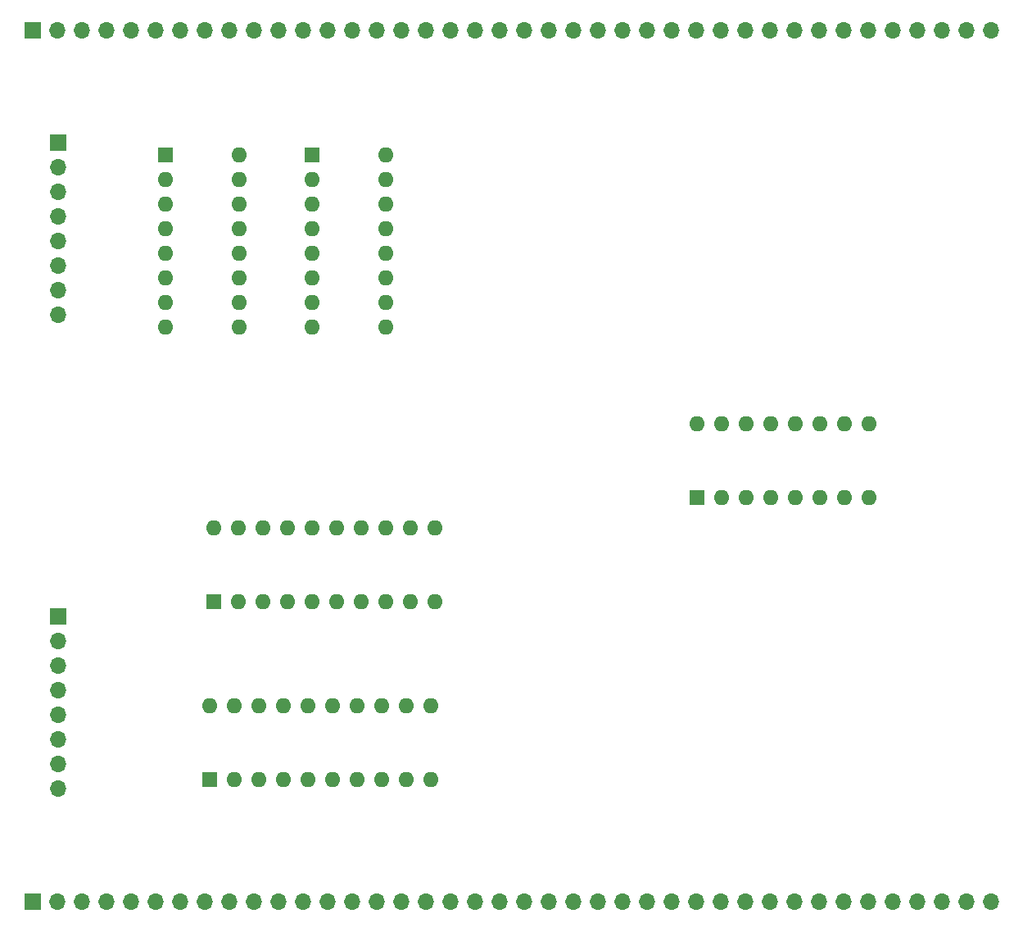
<source format=gbs>
G04 #@! TF.GenerationSoftware,KiCad,Pcbnew,(5.1.9)-1*
G04 #@! TF.CreationDate,2021-10-24T09:52:10-04:00*
G04 #@! TF.ProjectId,ir-rc,69722d72-632e-46b6-9963-61645f706362,1.0*
G04 #@! TF.SameCoordinates,Original*
G04 #@! TF.FileFunction,Soldermask,Bot*
G04 #@! TF.FilePolarity,Negative*
%FSLAX46Y46*%
G04 Gerber Fmt 4.6, Leading zero omitted, Abs format (unit mm)*
G04 Created by KiCad (PCBNEW (5.1.9)-1) date 2021-10-24 09:52:10*
%MOMM*%
%LPD*%
G01*
G04 APERTURE LIST*
%ADD10O,1.600000X1.600000*%
%ADD11R,1.600000X1.600000*%
%ADD12O,1.700000X1.700000*%
%ADD13R,1.700000X1.700000*%
G04 APERTURE END LIST*
D10*
X155100000Y-86680000D03*
X172880000Y-94300000D03*
X157640000Y-86680000D03*
X170340000Y-94300000D03*
X160180000Y-86680000D03*
X167800000Y-94300000D03*
X162720000Y-86680000D03*
X165260000Y-94300000D03*
X165260000Y-86680000D03*
X162720000Y-94300000D03*
X167800000Y-86680000D03*
X160180000Y-94300000D03*
X170340000Y-86680000D03*
X157640000Y-94300000D03*
X172880000Y-86680000D03*
D11*
X155100000Y-94300000D03*
D12*
X89000000Y-124340000D03*
X89000000Y-121800000D03*
X89000000Y-119260000D03*
X89000000Y-116720000D03*
X89000000Y-114180000D03*
X89000000Y-111640000D03*
X89000000Y-109100000D03*
D13*
X89000000Y-106560000D03*
D12*
X89000000Y-75380000D03*
X89000000Y-72840000D03*
X89000000Y-70300000D03*
X89000000Y-67760000D03*
X89000000Y-65220000D03*
X89000000Y-62680000D03*
X89000000Y-60140000D03*
D13*
X89000000Y-57600000D03*
D10*
X122920000Y-58860000D03*
X115300000Y-76640000D03*
X122920000Y-61400000D03*
X115300000Y-74100000D03*
X122920000Y-63940000D03*
X115300000Y-71560000D03*
X122920000Y-66480000D03*
X115300000Y-69020000D03*
X122920000Y-69020000D03*
X115300000Y-66480000D03*
X122920000Y-71560000D03*
X115300000Y-63940000D03*
X122920000Y-74100000D03*
X115300000Y-61400000D03*
X122920000Y-76640000D03*
D11*
X115300000Y-58860000D03*
D10*
X107720000Y-58860000D03*
X100100000Y-76640000D03*
X107720000Y-61400000D03*
X100100000Y-74100000D03*
X107720000Y-63940000D03*
X100100000Y-71560000D03*
X107720000Y-66480000D03*
X100100000Y-69020000D03*
X107720000Y-69020000D03*
X100100000Y-66480000D03*
X107720000Y-71560000D03*
X100100000Y-63940000D03*
X107720000Y-74100000D03*
X100100000Y-61400000D03*
X107720000Y-76640000D03*
D11*
X100100000Y-58860000D03*
D10*
X104700000Y-115780000D03*
X127560000Y-123400000D03*
X107240000Y-115780000D03*
X125020000Y-123400000D03*
X109780000Y-115780000D03*
X122480000Y-123400000D03*
X112320000Y-115780000D03*
X119940000Y-123400000D03*
X114860000Y-115780000D03*
X117400000Y-123400000D03*
X117400000Y-115780000D03*
X114860000Y-123400000D03*
X119940000Y-115780000D03*
X112320000Y-123400000D03*
X122480000Y-115780000D03*
X109780000Y-123400000D03*
X125020000Y-115780000D03*
X107240000Y-123400000D03*
X127560000Y-115780000D03*
D11*
X104700000Y-123400000D03*
D10*
X105100000Y-97380000D03*
X127960000Y-105000000D03*
X107640000Y-97380000D03*
X125420000Y-105000000D03*
X110180000Y-97380000D03*
X122880000Y-105000000D03*
X112720000Y-97380000D03*
X120340000Y-105000000D03*
X115260000Y-97380000D03*
X117800000Y-105000000D03*
X117800000Y-97380000D03*
X115260000Y-105000000D03*
X120340000Y-97380000D03*
X112720000Y-105000000D03*
X122880000Y-97380000D03*
X110180000Y-105000000D03*
X125420000Y-97380000D03*
X107640000Y-105000000D03*
X127960000Y-97380000D03*
D11*
X105100000Y-105000000D03*
D12*
X185460000Y-136000000D03*
X182920000Y-136000000D03*
X180380000Y-136000000D03*
X177840000Y-136000000D03*
X175300000Y-136000000D03*
X172760000Y-136000000D03*
X170220000Y-136000000D03*
X167680000Y-136000000D03*
X165140000Y-136000000D03*
X162600000Y-136000000D03*
X160060000Y-136000000D03*
X157520000Y-136000000D03*
X154980000Y-136000000D03*
X152440000Y-136000000D03*
X149900000Y-136000000D03*
X147360000Y-136000000D03*
X144820000Y-136000000D03*
X142280000Y-136000000D03*
X139740000Y-136000000D03*
X137200000Y-136000000D03*
X134660000Y-136000000D03*
X132120000Y-136000000D03*
X129580000Y-136000000D03*
X127040000Y-136000000D03*
X124500000Y-136000000D03*
X121960000Y-136000000D03*
X119420000Y-136000000D03*
X116880000Y-136000000D03*
X114340000Y-136000000D03*
X111800000Y-136000000D03*
X109260000Y-136000000D03*
X106720000Y-136000000D03*
X104180000Y-136000000D03*
X101640000Y-136000000D03*
X99100000Y-136000000D03*
X96560000Y-136000000D03*
X94020000Y-136000000D03*
X91480000Y-136000000D03*
X88940000Y-136000000D03*
D13*
X86400000Y-136000000D03*
D12*
X185460000Y-46000000D03*
X182920000Y-46000000D03*
X180380000Y-46000000D03*
X177840000Y-46000000D03*
X175300000Y-46000000D03*
X172760000Y-46000000D03*
X170220000Y-46000000D03*
X167680000Y-46000000D03*
X165140000Y-46000000D03*
X162600000Y-46000000D03*
X160060000Y-46000000D03*
X157520000Y-46000000D03*
X154980000Y-46000000D03*
X152440000Y-46000000D03*
X149900000Y-46000000D03*
X147360000Y-46000000D03*
X144820000Y-46000000D03*
X142280000Y-46000000D03*
X139740000Y-46000000D03*
X137200000Y-46000000D03*
X134660000Y-46000000D03*
X132120000Y-46000000D03*
X129580000Y-46000000D03*
X127040000Y-46000000D03*
X124500000Y-46000000D03*
X121960000Y-46000000D03*
X119420000Y-46000000D03*
X116880000Y-46000000D03*
X114340000Y-46000000D03*
X111800000Y-46000000D03*
X109260000Y-46000000D03*
X106720000Y-46000000D03*
X104180000Y-46000000D03*
X101640000Y-46000000D03*
X99100000Y-46000000D03*
X96560000Y-46000000D03*
X94020000Y-46000000D03*
X91480000Y-46000000D03*
X88940000Y-46000000D03*
D13*
X86400000Y-46000000D03*
M02*

</source>
